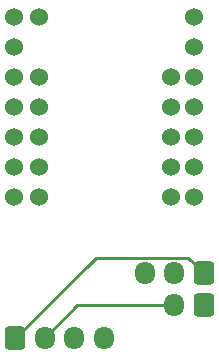
<source format=gbr>
%TF.GenerationSoftware,KiCad,Pcbnew,(6.0.5)*%
%TF.CreationDate,2025-09-07T14:18:53-04:00*%
%TF.ProjectId,inf_mirror_board_rev1,696e665f-6d69-4727-926f-725f626f6172,rev?*%
%TF.SameCoordinates,Original*%
%TF.FileFunction,Copper,L2,Bot*%
%TF.FilePolarity,Positive*%
%FSLAX46Y46*%
G04 Gerber Fmt 4.6, Leading zero omitted, Abs format (unit mm)*
G04 Created by KiCad (PCBNEW (6.0.5)) date 2025-09-07 14:18:53*
%MOMM*%
%LPD*%
G01*
G04 APERTURE LIST*
G04 Aperture macros list*
%AMRoundRect*
0 Rectangle with rounded corners*
0 $1 Rounding radius*
0 $2 $3 $4 $5 $6 $7 $8 $9 X,Y pos of 4 corners*
0 Add a 4 corners polygon primitive as box body*
4,1,4,$2,$3,$4,$5,$6,$7,$8,$9,$2,$3,0*
0 Add four circle primitives for the rounded corners*
1,1,$1+$1,$2,$3*
1,1,$1+$1,$4,$5*
1,1,$1+$1,$6,$7*
1,1,$1+$1,$8,$9*
0 Add four rect primitives between the rounded corners*
20,1,$1+$1,$2,$3,$4,$5,0*
20,1,$1+$1,$4,$5,$6,$7,0*
20,1,$1+$1,$6,$7,$8,$9,0*
20,1,$1+$1,$8,$9,$2,$3,0*%
G04 Aperture macros list end*
%TA.AperFunction,ComponentPad*%
%ADD10C,1.524000*%
%TD*%
%TA.AperFunction,ComponentPad*%
%ADD11RoundRect,0.250000X0.600000X0.725000X-0.600000X0.725000X-0.600000X-0.725000X0.600000X-0.725000X0*%
%TD*%
%TA.AperFunction,ComponentPad*%
%ADD12O,1.700000X1.950000*%
%TD*%
%TA.AperFunction,ComponentPad*%
%ADD13RoundRect,0.250000X-0.600000X-0.725000X0.600000X-0.725000X0.600000X0.725000X-0.600000X0.725000X0*%
%TD*%
%TA.AperFunction,Conductor*%
%ADD14C,0.250000*%
%TD*%
G04 APERTURE END LIST*
D10*
%TO.P,,6,PA9_A5_D5_SCL*%
%TO.N,Net-(U1-Pad6)*%
X132080000Y-90424000D03*
%TD*%
%TO.P,,5,PA8_A4_D4_SDA*%
%TO.N,Net-(U1-Pad5)*%
X132080000Y-87884000D03*
%TD*%
%TO.P,,7,PB08_A6_D6_TX*%
%TO.N,unconnected-(U1-Pad7)*%
X132080000Y-92964000D03*
%TD*%
D11*
%TO.P,,1,vcc*%
%TO.N,Net-(U1-Pad14)*%
X146050000Y-102108000D03*
%TD*%
D10*
%TO.P,,3,PA10_A2_D2*%
%TO.N,unconnected-(U1-Pad3)*%
X132080000Y-82804000D03*
%TD*%
%TO.P,,8,PB09_A7_D7_RX*%
%TO.N,unconnected-(U1-Pad8)*%
X143256000Y-92964000D03*
%TD*%
%TO.P,,1,PA02_A0_D0*%
%TO.N,unconnected-(U1-Pad1)*%
X132080000Y-77724000D03*
%TD*%
D12*
%TO.P,LEDs,3,Din*%
%TO.N,Net-(U1-Pad2)*%
X141050000Y-99360000D03*
%TO.P,LEDs,2,Gnd*%
%TO.N,Net-(U1-Pad13)*%
X143550000Y-99360000D03*
D11*
%TO.P,LEDs,1,vcc*%
%TO.N,Net-(U1-Pad14)*%
X146050000Y-99360000D03*
%TD*%
D10*
%TO.P,,12,3V3*%
%TO.N,unconnected-(U1-Pad12)*%
X143256000Y-82804000D03*
%TD*%
D12*
%TO.P,,2,Gnd*%
%TO.N,Net-(U1-Pad13)*%
X143550000Y-102108000D03*
%TD*%
D10*
%TO.P,,9,PA7_A8_D8_SCK*%
%TO.N,unconnected-(U1-Pad9)*%
X143256000Y-90424000D03*
%TD*%
%TO.P,,10,PA5_A9_D9_MISO*%
%TO.N,unconnected-(U1-Pad10)*%
X143256000Y-87884000D03*
%TD*%
%TO.P,,4,PA11_A3_D3*%
%TO.N,unconnected-(U1-Pad4)*%
X132080000Y-85344000D03*
%TD*%
%TO.P,,11,PA6_A10_D10_MOSI*%
%TO.N,unconnected-(U1-Pad11)*%
X143256000Y-85344000D03*
%TD*%
%TO.P,U1,14,5V*%
%TO.N,Net-(U1-Pad14)*%
X145248000Y-77673500D03*
%TO.P,U1,13,GND*%
%TO.N,Net-(U1-Pad13)*%
X145248000Y-80213500D03*
%TO.P,U1,12,3V3*%
%TO.N,unconnected-(U1-Pad12)*%
X145248000Y-82753500D03*
%TO.P,U1,11,PA6_A10_D10_MOSI*%
%TO.N,unconnected-(U1-Pad11)*%
X145248000Y-85293500D03*
%TO.P,U1,10,PA5_A9_D9_MISO*%
%TO.N,unconnected-(U1-Pad10)*%
X145248000Y-87833500D03*
%TO.P,U1,9,PA7_A8_D8_SCK*%
%TO.N,unconnected-(U1-Pad9)*%
X145248000Y-90373500D03*
%TO.P,U1,8,PB09_A7_D7_RX*%
%TO.N,unconnected-(U1-Pad8)*%
X145248000Y-92913500D03*
%TO.P,U1,7,PB08_A6_D6_TX*%
%TO.N,unconnected-(U1-Pad7)*%
X130008000Y-92913500D03*
%TO.P,U1,6,PA9_A5_D5_SCL*%
%TO.N,Net-(U1-Pad6)*%
X130008000Y-90373500D03*
%TO.P,U1,5,PA8_A4_D4_SDA*%
%TO.N,Net-(U1-Pad5)*%
X130008000Y-87833500D03*
%TO.P,U1,4,PA11_A3_D3*%
%TO.N,unconnected-(U1-Pad4)*%
X130008000Y-85293500D03*
%TO.P,U1,3,PA10_A2_D2*%
%TO.N,unconnected-(U1-Pad3)*%
X130008000Y-82753500D03*
%TO.P,U1,2,PA4_A1_D1*%
%TO.N,Net-(U1-Pad2)*%
X130008000Y-80213500D03*
%TO.P,U1,1,PA02_A0_D0*%
%TO.N,unconnected-(U1-Pad1)*%
X130008000Y-77673500D03*
%TD*%
D12*
%TO.P,Accel,4,SDA*%
%TO.N,Net-(U1-Pad5)*%
X137608000Y-104856000D03*
%TO.P,Accel,3,SCL*%
%TO.N,Net-(U1-Pad6)*%
X135108000Y-104856000D03*
%TO.P,Accel,2,Gnd*%
%TO.N,Net-(U1-Pad13)*%
X132608000Y-104856000D03*
D13*
%TO.P,Accel,1,Vcc*%
%TO.N,Net-(U1-Pad14)*%
X130108000Y-104856000D03*
%TD*%
D14*
%TO.N,Net-(U1-Pad14)*%
X136903520Y-98060480D02*
X130108000Y-104856000D01*
X144750480Y-98060480D02*
X136903520Y-98060480D01*
X146050000Y-99360000D02*
X144750480Y-98060480D01*
%TO.N,Net-(U1-Pad13)*%
X135356000Y-102108000D02*
X132608000Y-104856000D01*
X143550000Y-102108000D02*
X135356000Y-102108000D01*
%TD*%
M02*

</source>
